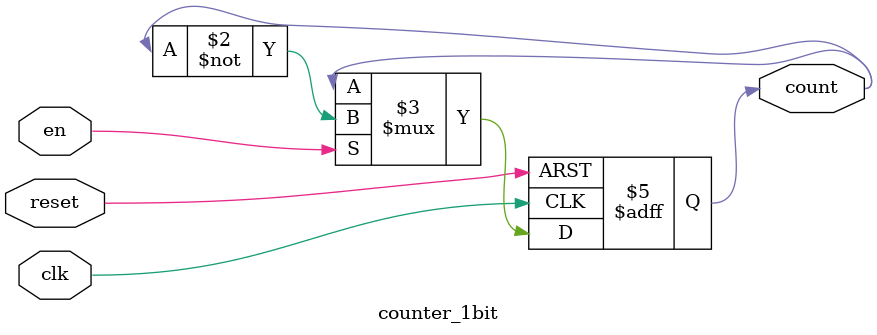
<source format=v>
module counter_1bit(
    input clk,
    input reset,
    input en,
    output reg count
    );

    always @(posedge clk or posedge reset) begin
        if (reset)
            count <= 1'b0;
        else if (en)
            count <= ~count;
    end

endmodule
</source>
